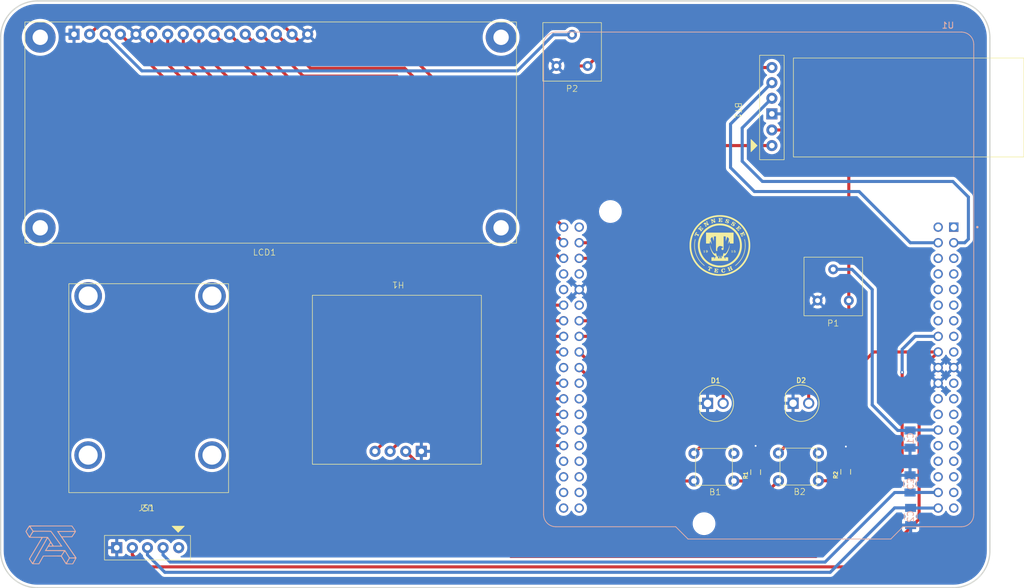
<source format=kicad_pcb>
(kicad_pcb (version 20241229) (generator "pcbnew") (generator_version "9.0")
  (layers (0 "F.Cu" signal) (2 "B.Cu" signal) (13 "F.Paste" user) (15 "B.Paste" user) (5 "F.SilkS" user "F.Silkscreen") (7 "B.SilkS" user "B.Silkscreen") (1 "F.Mask" user) (3 "B.Mask" user) (25 "Edge.Cuts" user))
  (net 0 "")
  (net 1 "/SD_BTN")
  (net 2 "+5V")
  (net 3 "Net-(B1-Pad4)")
  (net 5 "Net-(B2-Pad4)")
  (net 7 "/MM_BTN")
  (net 8 "/BT_EN")
  (net 9 "/BT_TX")
  (net 10 "/BT_RX")
  (net 11 "/BT_ST")
  (net 12 "/LCD_D0")
  (net 13 "GND")
  (net 14 "/LCD_D5")
  (net 15 "/LCD_D2")
  (net 16 "/LCD_D1")
  (net 17 "/LCD_D7")
  (net 18 "/LCD_RS")
  (net 19 "/LCD_D6")
  (net 20 "/LCD_Pot")
  (net 21 "/LCD_D4")
  (net 22 "/LCD_D3")
  (net 23 "/LCD_EN")
  (net 24 "+3.3V")
  (net 25 "/JS_Y")
  (net 26 "/JS_X")
  (net 30 "/Pot_Val")
  (net 35 "/SD_LED")
  (net 37 "/MM_LED")
  (net 41 "/OLED_SCL")
  (net 42 "/JS_BTN")
  (net 79 "/OLED_SDA")
  (footprint "Embedded_Footprints:Button" (layer "F.Cu") (at 169.79 141.925)
    (property "Reference" "B1" (at 0 -0.5 0) (layer "F.SilkS") (effects (font (thickness 0.1))))
    (property "Value" "~")
    (pad "1" thru_hole circle (at -3.45 -6.8) (size 1.8 1.8) (drill 0.9) (layers "*.Cu" "*.Mask") (net 2 "+5V"))
    (pad "2" thru_hole circle (at -3.45 -2.3) (size 1.8 1.8) (drill 0.9) (layers "*.Cu" "*.Mask") (net 1 "/SD_BTN"))
    (pad "3" thru_hole circle (at 3.05 -6.8) (size 1.8 1.8) (drill 0.9) (layers "*.Cu" "*.Mask"))
    (pad "4" thru_hole circle (at 3.05 -2.3) (size 1.8 1.8) (drill 0.9) (layers "*.Cu" "*.Mask") (net 3 "Net-(B1-Pad4)"))
  )
  (footprint "Embedded_Footprints:Potentiometer" (layer "F.Cu") (at 188.997746 114.455392)
    (property "Reference" "P1" (at 0 -0.5 0) (layer "F.SilkS") (effects (font (thickness 0.1))))
    (property "Value" "~")
    (pad "1" thru_hole circle (at 2.539607 -4.193235) (size 1.6 1.6) (drill 0.8) (layers "*.Cu" "*.Mask") (net 2 "+5V"))
    (pad "2" thru_hole circle (at -0.000393 -9.273235) (size 1.6 1.6) (drill 0.8) (layers "*.Cu" "*.Mask") (net 30 "/Pot_Val"))
    (pad "3" thru_hole circle (at -2.540393 -4.193235) (size 1.6 1.6) (drill 0.8) (layers "*.Cu" "*.Mask") (net 13 "GND"))
  )
  (footprint "Embedded_Footprints:LED_THRU" (layer "F.Cu") (at 169.817928 126.99)
    (property "Reference" "D1" (at 0.04 -3.708 0) (layer "F.SilkS") (effects (font (size 0.8 0.8))))
    (property "Value" "~")
    (pad "1" thru_hole rect (at -1.27 0) (size 1.815 1.815) (drill 1.21) (layers "*.Cu" "*.Mask") (net 13 "GND"))
    (pad "2" thru_hole circle (at 1.27 0) (size 1.815 1.815) (drill 1.21) (layers "*.Cu" "*.Mask") (net 35 "/SD_LED"))
  )
  (footprint "Embedded_Footprints:HC-05" (layer "F.Cu") (at 173.02 79.34 -90)
    (property "Reference" "BT1" (at 0 -0.5 270) (layer "F.SilkS") (effects (font (thickness 0.1))))
    (property "Value" "~")
    (pad "1" thru_hole circle (at 5.7 -6 270) (size 1.8 1.8) (drill 0.9) (layers "*.Cu" "*.Mask") (net 8 "/BT_EN"))
    (pad "2" thru_hole circle (at 3.16 -6 270) (size 1.8 1.8) (drill 0.9) (layers "*.Cu" "*.Mask") (net 2 "+5V"))
    (pad "3" thru_hole rect (at 0.54 -6 270) (size 1.8 1.8) (drill 0.9) (layers "*.Cu" "*.Mask") (net 13 "GND"))
    (pad "4" thru_hole circle (at -2 -6 270) (size 1.8 1.8) (drill 0.9) (layers "*.Cu" "*.Mask") (net 9 "/BT_TX"))
    (pad "5" thru_hole circle (at -4.54 -6 270) (size 1.8 1.8) (drill 0.9) (layers "*.Cu" "*.Mask") (net 10 "/BT_RX"))
    (pad "6" thru_hole circle (at -7 -6 270) (size 1.8 1.8) (drill 0.9) (layers "*.Cu" "*.Mask") (net 11 "/BT_ST"))
  )
  (footprint "Embedded_Footprints:Button" (layer "F.Cu") (at 183.54 141.885)
    (property "Reference" "B2" (at 0 -0.5 0) (layer "F.SilkS") (effects (font (thickness 0.1))))
    (property "Value" "~")
    (pad "1" thru_hole circle (at -3.45 -6.8) (size 1.8 1.8) (drill 0.9) (layers "*.Cu" "*.Mask") (net 2 "+5V"))
    (pad "2" thru_hole circle (at -3.45 -2.3) (size 1.8 1.8) (drill 0.9) (layers "*.Cu" "*.Mask") (net 7 "/MM_BTN"))
    (pad "3" thru_hole circle (at 3.05 -6.8) (size 1.8 1.8) (drill 0.9) (layers "*.Cu" "*.Mask"))
    (pad "4" thru_hole circle (at 3.05 -2.3) (size 1.8 1.8) (drill 0.9) (layers "*.Cu" "*.Mask") (net 5 "Net-(B2-Pad4)"))
  )
  (footprint "Embedded_Footprints:Joystick" (layer "F.Cu") (at 77.25 144.52)
    (property "Reference" "JS1" (at 0 -0.5 0) (layer "F.SilkS") (effects (font (thickness 0.1))))
    (property "Value" "~")
    (pad "" np_thru_hole circle (at -9.5 -35) (size 4.5 4.5) (drill 3.1) (layers "*.Cu" "*.Mask"))
    (pad "" np_thru_hole circle (at -9.5 -9.1) (size 4.5 4.5) (drill 3.1) (layers "*.Cu" "*.Mask"))
    (pad "" np_thru_hole circle (at 10.65 -35) (size 4.5 4.5) (drill 3.1) (layers "*.Cu" "*.Mask"))
    (pad "" np_thru_hole circle (at 10.65 -9.1) (size 4.5 4.5) (drill 3.1) (layers "*.Cu" "*.Mask"))
  )
  (footprint "Embedded_Footprints:RESC3216X65" (layer "F.Cu") (at 176.38 138.19 90)
    (property "Reference" "R1" (at -0.52099 -1.623054 90) (layer "F.SilkS") (effects (font (size 0.631109 0.631109))))
    (property "Value" "R_US")
    (pad "1" smd rect (at -1.454653 -0.004653 90) (size 1.709306 2.009306) (layers "F.Cu" "F.Mask" "F.Paste") (net 3 "Net-(B1-Pad4)"))
    (pad "2" smd rect (at 1.425912 0.000912 90) (size 1.751825 2.001825) (layers "F.Cu" "F.Mask" "F.Paste") (net 13 "GND"))
  )
  (footprint "Embedded_Footprints:LCD_Display" (layer "F.Cu") (at 96.45 102.92)
    (property "Reference" "LCD1" (at 0 -0.5 0) (layer "F.SilkS") (effects (font (thickness 0.1))))
    (property "Value" "~")
    (pad "" np_thru_hole circle (at -36.5 -35.5) (size 5 5) (drill 2.5) (layers "*.Cu" "*.Mask"))
    (pad "" np_thru_hole circle (at -36.5 -4.5) (size 5 5) (drill 2.5) (layers "*.Cu" "*.Mask"))
    (pad "" np_thru_hole circle (at 38.5 -35.5) (size 5 5) (drill 2.5) (layers "*.Cu" "*.Mask"))
    (pad "" np_thru_hole circle (at 38.5 -4.5) (size 5 5) (drill 2.5) (layers "*.Cu" "*.Mask"))
    (pad "1" thru_hole rect (at -31 -36) (size 1.8 1.8) (drill 0.9) (layers "*.Cu" "*.Mask") (net 13 "GND"))
    (pad "2" thru_hole circle (at -28.46 -36) (size 1.8 1.8) (drill 0.9) (layers "*.Cu" "*.Mask") (net 2 "+5V"))
    (pad "3" thru_hole circle (at -25.92 -36) (size 1.8 1.8) (drill 0.9) (layers "*.Cu" "*.Mask") (net 20 "/LCD_Pot"))
    (pad "4" thru_hole circle (at -23.46 -36) (size 1.8 1.8) (drill 0.9) (layers "*.Cu" "*.Mask") (net 18 "/LCD_RS"))
    (pad "5" thru_hole circle (at -20.92 -36) (size 1.8 1.8) (drill 0.9) (layers "*.Cu" "*.Mask") (net 13 "GND"))
    (pad "6" thru_hole circle (at -18.38 -36) (size 1.8 1.8) (drill 0.9) (layers "*.Cu" "*.Mask") (net 23 "/LCD_EN"))
    (pad "7" thru_hole circle (at -15.76 -36) (size 1.8 1.8) (drill 0.9) (layers "*.Cu" "*.Mask") (net 12 "/LCD_D0"))
    (pad "8" thru_hole circle (at -13.22 -36) (size 1.8 1.8) (drill 0.9) (layers "*.Cu" "*.Mask") (net 16 "/LCD_D1"))
    (pad "9" thru_hole circle (at -10.68 -36) (size 1.8 1.8) (drill 0.9) (layers "*.Cu" "*.Mask") (net 15 "/LCD_D2"))
    (pad "10" thru_hole circle (at -8.22 -36) (size 1.8 1.8) (drill 0.9) (layers "*.Cu" "*.Mask") (net 22 "/LCD_D3"))
    (pad "11" thru_hole circle (at -5.68 -36) (size 1.8 1.8) (drill 0.9) (layers "*.Cu" "*.Mask") (net 21 "/LCD_D4"))
    (pad "12" thru_hole circle (at -3.14 -36) (size 1.8 1.8) (drill 0.9) (layers "*.Cu" "*.Mask") (net 14 "/LCD_D5"))
    (pad "13" thru_hole circle (at -0.52 -36) (size 1.8 1.8) (drill 0.9) (layers "*.Cu" "*.Mask") (net 19 "/LCD_D6"))
    (pad "14" thru_hole circle (at 1.94 -36) (size 1.8 1.8) (drill 0.9) (layers "*.Cu" "*.Mask") (net 17 "/LCD_D7"))
    (pad "15" thru_hole circle (at 4.48 -36) (size 1.8 1.8) (drill 0.9) (layers "*.Cu" "*.Mask") (net 2 "+5V"))
    (pad "16" thru_hole circle (at 7.02 -36) (size 1.8 1.8) (drill 0.9) (layers "*.Cu" "*.Mask") (net 13 "GND"))
  )
  (footprint "Embedded_Footprints:LED_THRU" (layer "F.Cu") (at 183.737928 126.97)
    (property "Reference" "D2" (at 0.04 -3.708 0) (layer "F.SilkS") (effects (font (size 0.8 0.8))))
    (property "Value" "~")
    (pad "1" thru_hole rect (at -1.27 0) (size 1.815 1.815) (drill 1.21) (layers "*.Cu" "*.Mask") (net 13 "GND"))
    (pad "2" thru_hole circle (at 1.27 0) (size 1.815 1.815) (drill 1.21) (layers "*.Cu" "*.Mask") (net 37 "/MM_LED"))
  )
  (footprint "Graphics:Tech_Logo" (layer "F.Cu") (at 170.56 101.3)
    (property "Reference" "G***" (hide yes))
    (property "Value" "LOGO" (hide yes))
  )
  (footprint "Embedded_Footprints:OLED" (layer "F.Cu") (at 118.19 107.2 180)
    (property "Reference" "H1" (at 0 -0.5 180) (layer "F.SilkS") (effects (font (thickness 0.1))))
    (property "Value" "~")
    (pad "1" thru_hole rect (at -3.78 -27.6) (size 1.8 1.8) (drill 0.9) (layers "*.Cu" "*.Mask") (net 13 "GND"))
    (pad "2" thru_hole circle (at -1.24 -27.6) (size 1.8 1.8) (drill 0.9) (layers "*.Cu" "*.Mask") (net 24 "+3.3V"))
    (pad "3" thru_hole circle (at 1.3 -27.6) (size 1.8 1.8) (drill 0.9) (layers "*.Cu" "*.Mask") (net 41 "/OLED_SCL"))
    (pad "4" thru_hole circle (at 3.76 -27.6) (size 1.8 1.8) (drill 0.9) (layers "*.Cu" "*.Mask") (net 79 "/OLED_SDA"))
  )
  (footprint "Embedded_Footprints:RESC3216X65" (layer "F.Cu") (at 191.034653 138.135347 90)
    (property "Reference" "R2" (at -0.52099 -1.623054 90) (layer "F.SilkS") (effects (font (size 0.631109 0.631109))))
    (property "Value" "R_US")
    (pad "1" smd rect (at -1.454653 -0.004653 90) (size 1.709306 2.009306) (layers "F.Cu" "F.Mask" "F.Paste") (net 5 "Net-(B2-Pad4)"))
    (pad "2" smd rect (at 1.425912 0.000912 90) (size 1.751825 2.001825) (layers "F.Cu" "F.Mask" "F.Paste") (net 13 "GND"))
  )
  (footprint "Embedded_Footprints:Potentiometer" (layer "F.Cu") (at 146.497746 76.275392)
    (property "Reference" "P2" (at 0 -0.5 0) (layer "F.SilkS") (effects (font (thickness 0.1))))
    (property "Value" "~")
    (pad "1" thru_hole circle (at 2.539607 -4.193235) (size 1.6 1.6) (drill 0.8) (layers "*.Cu" "*.Mask") (net 2 "+5V"))
    (pad "2" thru_hole circle (at -0.000393 -9.273235) (size 1.6 1.6) (drill 0.8) (layers "*.Cu" "*.Mask") (net 20 "/LCD_Pot"))
    (pad "3" thru_hole circle (at -2.540393 -4.193235) (size 1.6 1.6) (drill 0.8) (layers "*.Cu" "*.Mask") (net 13 "GND"))
  )
  (footprint "Embedded_Footprints:Joystick_Pins" (layer "F.Cu") (at 77.4 143.48 180)
    (property "Reference" "U2" (at 0 -0.5 180) (layer "F.SilkS") (effects (font (thickness 0.1))))
    (property "Value" "~")
    (pad "1" thru_hole circle (at -5.08 -7 180) (size 1.8 1.8) (drill 0.9) (layers "*.Cu" "*.Mask") (net 42 "/JS_BTN"))
    (pad "2" thru_hole circle (at -2.54 -7 180) (size 1.8 1.8) (drill 0.9) (layers "*.Cu" "*.Mask") (net 25 "/JS_Y"))
    (pad "3" thru_hole circle (at 0 -7 180) (size 1.8 1.8) (drill 0.9) (layers "*.Cu" "*.Mask") (net 26 "/JS_X"))
    (pad "4" thru_hole circle (at 2.46 -7 180) (size 1.8 1.8) (drill 0.9) (layers "*.Cu" "*.Mask") (net 2 "+5V"))
    (pad "5" thru_hole rect (at 5 -7 180) (size 1.8 1.8) (drill 0.9) (layers "*.Cu" "*.Mask") (net 13 "GND"))
  )
  (footprint "Embedded_Footprints:MODULE_NUCLEO-L476RG" (layer "B.Cu") (at 176.87 107.82 180)
    (property "Reference" "U1" (at -30.7996 42.339 0) (layer "B.SilkS") (effects (justify mirror)))
    (property "Value" "NUCLEO-L476RG")
    (pad "" np_thru_hole circle (at -24.13 13.32 180) (size 3.2 3.2) (drill 3.2) (layers "*.Cu" "*.Mask"))
    (pad "" np_thru_hole circle (at 8.89 -38.75 180) (size 3.2 3.2) (drill 3.2) (layers "*.Cu" "*.Mask"))
    (pad "" np_thru_hole circle (at 24.13 12.05 180) (size 3.2 3.2) (drill 3.2) (layers "*.Cu" "*.Mask"))
    (pad "CN7_1" thru_hole rect (at -31.75 9.51 180) (size 1.524 1.524) (drill 1.016) (layers "*.Cu" "*.Mask"))
    (pad "CN7_2" thru_hole circle (at -29.21 9.51 180) (size 1.524 1.524) (drill 1.016) (layers "*.Cu" "*.Mask"))
    (pad "CN7_3" thru_hole circle (at -31.75 6.97 180) (size 1.524 1.524) (drill 1.016) (layers "*.Cu" "*.Mask") (net 9 "/BT_TX"))
    (pad "CN7_4" thru_hole circle (at -29.21 6.97 180) (size 1.524 1.524) (drill 1.016) (layers "*.Cu" "*.Mask") (net 10 "/BT_RX"))
    (pad "CN7_5" thru_hole circle (at -31.75 4.43 180) (size 1.524 1.524) (drill 1.016) (layers "*.Cu" "*.Mask"))
    (pad "CN7_6" thru_hole circle (at -29.21 4.43 180) (size 1.524 1.524) (drill 1.016) (layers "*.Cu" "*.Mask"))
    (pad "CN7_7" thru_hole circle (at -31.75 1.89 180) (size 1.524 1.524) (drill 1.016) (layers "*.Cu" "*.Mask"))
    (pad "CN7_8" thru_hole circle (at -29.21 1.89 180) (size 1.524 1.524) (drill 1.016) (layers "*.Cu" "*.Mask"))
    (pad "CN7_9" thru_hole circle (at -31.75 -0.65 180) (size 1.524 1.524) (drill 1.016) (layers "*.Cu" "*.Mask"))
    (pad "CN7_10" thru_hole circle (at -29.21 -0.65 180) (size 1.524 1.524) (drill 1.016) (layers "*.Cu" "*.Mask"))
    (pad "CN7_11" thru_hole circle (at -31.75 -3.19 180) (size 1.524 1.524) (drill 1.016) (layers "*.Cu" "*.Mask"))
    (pad "CN7_12" thru_hole circle (at -29.21 -3.19 180) (size 1.524 1.524) (drill 1.016) (layers "*.Cu" "*.Mask"))
    (pad "CN7_13" thru_hole circle (at -31.75 -5.73 180) (size 1.524 1.524) (drill 1.016) (layers "*.Cu" "*.Mask"))
    (pad "CN7_14" thru_hole circle (at -29.21 -5.73 180) (size 1.524 1.524) (drill 1.016) (layers "*.Cu" "*.Mask"))
    (pad "CN7_15" thru_hole circle (at -31.75 -8.27 180) (size 1.524 1.524) (drill 1.016) (layers "*.Cu" "*.Mask"))
    (pad "CN7_16" thru_hole circle (at -29.21 -8.27 180) (size 1.524 1.524) (drill 1.016) (layers "*.Cu" "*.Mask") (net 24 "+3.3V"))
    (pad "CN7_17" thru_hole circle (at -31.75 -10.81 180) (size 1.524 1.524) (drill 1.016) (layers "*.Cu" "*.Mask"))
    (pad "CN7_18" thru_hole circle (at -29.21 -10.81 180) (size 1.524 1.524) (drill 1.016) (layers "*.Cu" "*.Mask") (net 2 "+5V"))
    (pad "CN7_19" thru_hole circle (at -31.75 -13.35 180) (size 1.524 1.524) (drill 1.016) (layers "*.Cu" "*.Mask") (net 13 "GND"))
    (pad "CN7_20" thru_hole circle (at -29.21 -13.35 180) (size 1.524 1.524) (drill 1.016) (layers "*.Cu" "*.Mask") (net 13 "GND"))
    (pad "CN7_21" thru_hole circle (at -31.75 -15.89 180) (size 1.524 1.524) (drill 1.016) (layers "*.Cu" "*.Mask"))
    (pad "CN7_22" thru_hole circle (at -29.21 -15.89 180) (size 1.524 1.524) (drill 1.016) (layers "*.Cu" "*.Mask") (net 13 "GND"))
    (pad "CN7_23" thru_hole circle (at -31.75 -18.43 180) (size 1.524 1.524) (drill 1.016) (layers "*.Cu" "*.Mask"))
    (pad "CN7_24" thru_hole circle (at -29.21 -18.43 180) (size 1.524 1.524) (drill 1.016) (layers "*.Cu" "*.Mask"))
    (pad "CN7_25" thru_hole circle (at -31.75 -20.97 180) (size 1.524 1.524) (drill 1.016) (layers "*.Cu" "*.Mask"))
    (pad "CN7_26" thru_hole circle (at -29.21 -20.97 180) (size 1.524 1.524) (drill 1.016) (layers "*.Cu" "*.Mask"))
    (pad "CN7_27" thru_hole circle (at -31.75 -23.51 180) (size 1.524 1.524) (drill 1.016) (layers "*.Cu" "*.Mask"))
    (pad "CN7_28" thru_hole circle (at -29.21 -23.51 180) (size 1.524 1.524) (drill 1.016) (layers "*.Cu" "*.Mask") (net 30 "/Pot_Val"))
    (pad "CN7_29" thru_hole circle (at -31.75 -26.05 180) (size 1.524 1.524) (drill 1.016) (layers "*.Cu" "*.Mask"))
    (pad "CN7_30" thru_hole circle (at -29.21 -26.05 180) (size 1.524 1.524) (drill 1.016) (layers "*.Cu" "*.Mask"))
    (pad "CN7_31" thru_hole circle (at -31.75 -28.59 180) (size 1.524 1.524) (drill 1.016) (layers "*.Cu" "*.Mask"))
    (pad "CN7_32" thru_hole circle (at -29.21 -28.59 180) (size 1.524 1.524) (drill 1.016) (layers "*.Cu" "*.Mask"))
    (pad "CN7_33" thru_hole circle (at -31.75 -31.13 180) (size 1.524 1.524) (drill 1.016) (layers "*.Cu" "*.Mask"))
    (pad "CN7_34" thru_hole circle (at -29.21 -31.13 180) (size 1.524 1.524) (drill 1.016) (layers "*.Cu" "*.Mask"))
    (pad "CN7_35" thru_hole circle (at -31.75 -33.67 180) (size 1.524 1.524) (drill 1.016) (layers "*.Cu" "*.Mask"))
    (pad "CN7_36" thru_hole circle (at -29.21 -33.67 180) (size 1.524 1.524) (drill 1.016) (layers "*.Cu" "*.Mask") (net 25 "/JS_Y"))
    (pad "CN7_37" thru_hole circle (at -31.75 -36.21 180) (size 1.524 1.524) (drill 1.016) (layers "*.Cu" "*.Mask"))
    (pad "CN7_38" thru_hole circle (at -29.21 -36.21 180) (size 1.524 1.524) (drill 1.016) (layers "*.Cu" "*.Mask") (net 26 "/JS_X"))
    (pad "CN10_1" thru_hole circle (at 29.21 9.51 180) (size 1.524 1.524) (drill 1.016) (layers "*.Cu" "*.Mask"))
    (pad "CN10_2" thru_hole circle (at 31.75 9.51 180) (size 1.524 1.524) (drill 1.016) (layers "*.Cu" "*.Mask") (net 17 "/LCD_D7"))
    (pad "CN10_3" thru_hole circle (at 29.21 6.97 180) (size 1.524 1.524) (drill 1.016) (layers "*.Cu" "*.Mask") (net 11 "/BT_ST"))
    (pad "CN10_4" thru_hole circle (at 31.75 6.97 180) (size 1.524 1.524) (drill 1.016) (layers "*.Cu" "*.Mask") (net 19 "/LCD_D6"))
    (pad "CN10_5" thru_hole circle (at 29.21 4.43 180) (size 1.524 1.524) (drill 1.016) (layers "*.Cu" "*.Mask") (net 8 "/BT_EN"))
    (pad "CN10_6" thru_hole circle (at 31.75 4.43 180) (size 1.524 1.524) (drill 1.016) (layers "*.Cu" "*.Mask") (net 14 "/LCD_D5"))
    (pad "CN10_7" thru_hole circle (at 29.21 1.89 180) (size 1.524 1.524) (drill 1.016) (layers "*.Cu" "*.Mask"))
    (pad "CN10_8" thru_hole circle (at 31.75 1.89 180) (size 1.524 1.524) (drill 1.016) (layers "*.Cu" "*.Mask"))
    (pad "CN10_9" thru_hole circle (at 29.21 -0.65 180) (size 1.524 1.524) (drill 1.016) (layers "*.Cu" "*.Mask") (net 13 "GND"))
    (pad "CN10_10" thru_hole circle (at 31.75 -0.65 180) (size 1.524 1.524) (drill 1.016) (layers "*.Cu" "*.Mask"))
    (pad "CN10_11" thru_hole circle (at 29.21 -3.19 180) (size 1.524 1.524) (drill 1.016) (layers "*.Cu" "*.Mask"))
    (pad "CN10_12" thru_hole circle (at 31.75 -3.19 180) (size 1.524 1.524) (drill 1.016) (layers "*.Cu" "*.Mask") (net 21 "/LCD_D4"))
    (pad "CN10_13" thru_hole circle (at 29.21 -5.73 180) (size 1.524 1.524) (drill 1.016) (layers "*.Cu" "*.Mask") (net 37 "/MM_LED"))
    (pad "CN10_14" thru_hole circle (at 31.75 -5.73 180) (size 1.524 1.524) (drill 1.016) (layers "*.Cu" "*.Mask") (net 22 "/LCD_D3"))
    (pad "CN10_15" thru_hole circle (at 29.21 -8.27 180) (size 1.524 1.524) (drill 1.016) (layers "*.Cu" "*.Mask") (net 35 "/SD_LED"))
    (pad "CN10_16" thru_hole circle (at 31.75 -8.27 180) (size 1.524 1.524) (drill 1.016) (layers "*.Cu" "*.Mask") (net 15 "/LCD_D2"))
    (pad "CN10_17" thru_hole circle (at 29.21 -10.81 180) (size 1.524 1.524) (drill 1.016) (layers "*.Cu" "*.Mask") (net 1 "/SD_BTN"))
    (pad "CN10_18" thru_hole circle (at 31.75 -10.81 180) (size 1.524 1.524) (drill 1.016) (layers "*.Cu" "*.Mask") (net 16 "/LCD_D1"))
    (pad "CN10_19" thru_hole circle (at 29.21 -13.35 180) (size 1.524 1.524) (drill 1.016) (layers "*.Cu" "*.Mask") (net 7 "/MM_BTN"))
    (pad "CN10_20" thru_hole circle (at 31.75 -13.35 180) (size 1.524 1.524) (drill 1.016) (layers "*.Cu" "*.Mask"))
    (pad "CN10_21" thru_hole circle (at 29.21 -15.89 180) (size 1.524 1.524) (drill 1.016) (layers "*.Cu" "*.Mask"))
    (pad "CN10_22" thru_hole circle (at 31.75 -15.89 180) (size 1.524 1.524) (drill 1.016) (layers "*.Cu" "*.Mask") (net 12 "/LCD_D0"))
    (pad "CN10_23" thru_hole circle (at 29.21 -18.43 180) (size 1.524 1.524) (drill 1.016) (layers "*.Cu" "*.Mask"))
    (pad "CN10_24" thru_hole circle (at 31.75 -18.43 180) (size 1.524 1.524) (drill 1.016) (layers "*.Cu" "*.Mask") (net 23 "/LCD_EN"))
    (pad "CN10_25" thru_hole circle (at 29.21 -20.97 180) (size 1.524 1.524) (drill 1.016) (layers "*.Cu" "*.Mask"))
    (pad "CN10_26" thru_hole circle (at 31.75 -20.97 180) (size 1.524 1.524) (drill 1.016) (layers "*.Cu" "*.Mask") (net 18 "/LCD_RS"))
    (pad "CN10_27" thru_hole circle (at 29.21 -23.51 180) (size 1.524 1.524) (drill 1.016) (layers "*.Cu" "*.Mask"))
    (pad "CN10_28" thru_hole circle (at 31.75 -23.51 180) (size 1.524 1.524) (drill 1.016) (layers "*.Cu" "*.Mask") (net 79 "/OLED_SDA"))
    (pad "CN10_29" thru_hole circle (at 29.21 -26.05 180) (size 1.524 1.524) (drill 1.016) (layers "*.Cu" "*.Mask"))
    (pad "CN10_30" thru_hole circle (at 31.75 -26.05 180) (size 1.524 1.524) (drill 1.016) (layers "*.Cu" "*.Mask") (net 41 "/OLED_SCL"))
    (pad "CN10_31" thru_hole circle (at 29.21 -28.59 180) (size 1.524 1.524) (drill 1.016) (layers "*.Cu" "*.Mask"))
    (pad "CN10_32" thru_hole circle (at 31.75 -28.59 180) (size 1.524 1.524) (drill 1.016) (layers "*.Cu" "*.Mask"))
    (pad "CN10_33" thru_hole circle (at 29.21 -31.13 180) (size 1.524 1.524) (drill 1.016) (layers "*.Cu" "*.Mask"))
    (pad "CN10_34" thru_hole circle (at 31.75 -31.13 180) (size 1.524 1.524) (drill 1.016) (layers "*.Cu" "*.Mask"))
    (pad "CN10_35" thru_hole circle (at 29.21 -33.67 180) (size 1.524 1.524) (drill 1.016) (layers "*.Cu" "*.Mask"))
    (pad "CN10_36" thru_hole circle (at 31.75 -33.67 180) (size 1.524 1.524) (drill 1.016) (layers "*.Cu" "*.Mask"))
    (pad "CN10_37" thru_hole circle (at 29.21 -36.21 180) (size 1.524 1.524) (drill 1.016) (layers "*.Cu" "*.Mask"))
    (pad "CN10_38" thru_hole circle (at 31.75 -36.21 180) (size 1.524 1.524) (drill 1.016) (layers "*.Cu" "*.Mask"))
  )
  (footprint "Embedded_Footprints:CAPC340180_88N_KEM" (layer "B.Cu") (at 201.5 140.097202 90)
    (property "Reference" "C3" (at 0 0 270) (layer "B.SilkS") (effects (justify mirror)))
    (property "Value" "10nF")
    (pad "1" smd rect (at -1.402798 0 90) (size 1.305598 1.799996) (layers "B.Cu" "B.Mask" "B.Paste") (net 25 "/JS_Y"))
    (pad "2" smd rect (at 1.402798 0 90) (size 1.305598 1.799996) (layers "B.Cu" "B.Mask" "B.Paste") (net 13 "GND"))
    (zone (net 0) (net_name "") (layer "B.Cu") (connect_pads (clearance 0)) (min_thickness 0.254)
      (keepout (tracks not_allowed) (vias not_allowed) (pads allowed) (copperpour not_allowed) (footprints allowed))
      (fill (thermal_gap 0.508) (thermal_bridge_width 0.508))
      (polygon (pts (xy 202.349198 140.796401) (xy 202.349198 139.398003) (xy 200.650802 139.398003) (xy 200.650802 140.796401)))
    )
  )
  (footprint "Embedded_Footprints:CAPC340180_88N_KEM" (layer "B.Cu") (at 201.5 132.802798 -90)
    (property "Reference" "C1" (at -0.097202 -0.079208 90) (layer "B.SilkS") (effects (justify mirror)))
    (property "Value" "10nF")
    (pad "1" smd rect (at -1.402798 0 270) (size 1.305598 1.799996) (layers "B.Cu" "B.Mask" "B.Paste") (net 30 "/Pot_Val"))
    (pad "2" smd rect (at 1.402798 0 270) (size 1.305598 1.799996) (layers "B.Cu" "B.Mask" "B.Paste") (net 13 "GND"))
    (zone (net 0) (net_name "") (layer "B.Cu") (connect_pads (clearance 0)) (min_thickness 0.254)
      (keepout (tracks not_allowed) (vias not_allowed) (pads allowed) (copperpour not_allowed) (footprints allowed))
      (fill (thermal_gap 0.508) (thermal_bridge_width 0.508))
      (polygon (pts (xy 200.650802 132.103599) (xy 200.650802 133.501997) (xy 202.349198 133.501997) (xy 202.349198 132.103599)))
    )
  )
  (footprint "Embedded_Footprints:CAPC340180_88N_KEM" (layer "B.Cu") (at 201.6 145.402798 -90)
    (property "Reference" "C2" (at 0 0 90) (layer "B.SilkS") (effects (justify mirror)))
    (property "Value" "10nF")
    (pad "1" smd rect (at -1.402798 0 270) (size 1.305598 1.799996) (layers "B.Cu" "B.Mask" "B.Paste") (net 26 "/JS_X"))
    (pad "2" smd rect (at 1.402798 0 270) (size 1.305598 1.799996) (layers "B.Cu" "B.Mask" "B.Paste") (net 13 "GND"))
    (zone (net 0) (net_name "") (layer "B.Cu") (connect_pads (clearance 0)) (min_thickness 0.254)
      (keepout (tracks not_allowed) (vias not_allowed) (pads allowed) (copperpour not_allowed) (footprints allowed))
      (fill (thermal_gap 0.508) (thermal_bridge_width 0.508))
      (polygon (pts (xy 200.750802 144.703599) (xy 200.750802 146.101997) (xy 202.449198 146.101997) (xy 202.449198 144.703599)))
    )
  )
  (footprint "Graphics:TA_Logo" (layer "B.Cu") (at 61.7 150.02 180)
    (property "Reference" "G***" (hide yes))
    (property "Value" "LOGO" (hide yes))
  )
  (gr_line (start 53.5 151) (end 53.5 67.5) (stroke (width 0.2)) (layer "Edge.Cuts"))
  (gr_line (start 208.5 157) (end 59.5 157) (stroke (width 0.2)) (layer "Edge.Cuts"))
  (gr_arc (start 208.5 61.5) (mid 212.742641 63.257359) (end 214.5 67.5) (stroke (width 0.2)) (layer "Edge.Cuts"))
  (gr_arc (start 59.5 157) (mid 55.257359 155.242641) (end 53.5 151) (stroke (width 0.2)) (layer "Edge.Cuts"))
  (gr_arc (start 214.5 151) (mid 212.742641 155.242641) (end 208.5 157) (stroke (width 0.2)) (layer "Edge.Cuts"))
  (gr_line (start 214.5 67.5) (end 214.5 151) (stroke (width 0.2)) (layer "Edge.Cuts"))
  (gr_line (start 59.5 61.5) (end 208.5 61.5) (stroke (width 0.2)) (layer "Edge.Cuts"))
  (gr_arc (start 53.5 67.5) (mid 55.257359 63.257359) (end 59.5 61.5) (stroke (width 0.2)) (layer "Edge.Cuts"))
  (segment (start 153.77 131.1) (end 153.77 124.74) (width 0.5) (layer "F.Cu") (net 1))
  (segment (start 162.295 139.625) (end 153.77 131.1) (width 0.5) (layer "F.Cu") (net 1))
  (segment (start 166.34 139.625) (end 162.295 139.625) (width 0.5) (layer "F.Cu") (net 1))
  (segment (start 153.77 124.74) (end 147.66 118.63) (width 0.5) (layer "F.Cu") (net 1))
  (segment (start 202.98 121.73) (end 202.98 145.82) (width 0.5) (layer "F.Cu") (net 2))
  (segment (start 76.88 153.6) (end 74.94 151.66) (width 0.5) (layer "F.Cu") (net 2))
  (segment (start 179.36 68.17) (end 152.94951 68.17) (width 0.5) (layer "F.Cu") (net 2))
  (segment (start 149.037353 72.082157) (end 147.267843 72.082157) (width 0.5) (layer "F.Cu") (net 2))
  (segment (start 206.08 118.63) (end 195.58 118.63) (width 0.5) (layer "F.Cu") (net 2))
  (segment (start 152.94951 68.17) (end 149.037353 72.082157) (width 0.5) (layer "F.Cu") (net 2))
  (segment (start 74.94 151.66) (end 74.94 150.48) (width 0.5) (layer "F.Cu") (net 2))
  (segment (start 166.34 135.125) (end 169.285 132.18) (width 0.5) (layer "F.Cu") (net 2))
  (segment (start 186.57 132.18) (end 191.537353 127.212647) (width 0.5) (layer "F.Cu") (net 2))
  (segment (start 104.33 70.32) (end 100.93 66.92) (width 0.5) (layer "F.Cu") (net 2))
  (segment (start 97.83 63.82) (end 71.09 63.82) (width 0.5) (layer "F.Cu") (net 2))
  (segment (start 182.995 132.18) (end 186.57 132.18) (width 0.5) (layer "F.Cu") (net 2))
  (segment (start 202.98 145.82) (end 195.2 153.6) (width 0.5) (layer "F.Cu") (net 2))
  (segment (start 71.09 63.82) (end 67.99 66.92) (width 0.5) (layer "F.Cu") (net 2))
  (segment (start 195.58 118.63) (end 191.537353 122.672647) (width 0.5) (layer "F.Cu") (net 2))
  (segment (start 206.08 118.63) (end 202.98 121.73) (width 0.5) (layer "F.Cu") (net 2))
  (segment (start 191.537353 110.262157) (end 191.537353 127.212647) (width 0.5) (layer "F.Cu") (net 2))
  (segment (start 183.98 82.5) (end 179.02 82.5) (width 0.5) (layer "F.Cu") (net 2))
  (segment (start 169.285 132.18) (end 182.995 132.18) (width 0.5) (layer "F.Cu") (net 2))
  (segment (start 191.537353 110.262157) (end 191.537353 90.057353) (width 0.5) (layer "F.Cu") (net 2))
  (segment (start 127.25 77.44) (end 120.13 70.32) (width 0.5) (layer "F.Cu") (net 2))
  (segment (start 141.91 77.44) (end 127.25 77.44) (width 0.5) (layer "F.Cu") (net 2))
  (segment (start 191.537353 90.057353) (end 191.537353 80.347353) (width 0.5) (layer "F.Cu") (net 2))
  (segment (start 191.537353 90.057353) (end 183.98 82.5) (width 0.5) (layer "F.Cu") (net 2))
  (segment (start 100.93 66.92) (end 97.83 63.82) (width 0.5) (layer "F.Cu") (net 2))
  (segment (start 120.13 70.32) (end 104.33 70.32) (width 0.5) (layer "F.Cu") (net 2))
  (segment (start 180.09 135.085) (end 182.995 132.18) (width 0.5) (layer "F.Cu") (net 2))
  (segment (start 195.2 153.6) (end 76.88 153.6) (width 0.5) (layer "F.Cu") (net 2))
  (segment (start 191.537353 80.347353) (end 179.36 68.17) (width 0.5) (layer "F.Cu") (net 2))
  (segment (start 147.267843 72.082157) (end 141.91 77.44) (width 0.5) (layer "F.Cu") (net 2))
  (segment (start 176.355694 139.625) (end 176.375347 139.644653) (width 0.2) (layer "F.Cu") (net 3))
  (segment (start 172.84 139.625) (end 176.355694 139.625) (width 0.5) (layer "F.Cu") (net 3))
  (segment (start 186.59 139.585) (end 191.025 139.585) (width 0.5) (layer "F.Cu") (net 5))
  (segment (start 191.025 139.585) (end 191.03 139.59) (width 0.2) (layer "F.Cu") (net 5))
  (segment (start 152.14 125.65) (end 147.66 121.17) (width 0.5) (layer "F.Cu") (net 7))
  (segment (start 176.395 143.28) (end 163.69 143.28) (width 0.5) (layer "F.Cu") (net 7))
  (segment (start 163.69 143.28) (end 152.14 131.73) (width 0.5) (layer "F.Cu") (net 7))
  (segment (start 180.09 139.585) (end 176.395 143.28) (width 0.5) (layer "F.Cu") (net 7))
  (segment (start 152.14 131.73) (end 152.14 125.65) (width 0.5) (layer "F.Cu") (net 7))
  (segment (start 170.78 85.04) (end 179.02 85.04) (width 0.5) (layer "F.Cu") (net 8))
  (segment (start 152.43 103.39) (end 170.78 85.04) (width 0.5) (layer "F.Cu") (net 8))
  (segment (start 147.66 103.39) (end 152.43 103.39) (width 0.5) (layer "F.Cu") (net 8))
  (segment (start 177.48 90.88) (end 174.19 87.59) (width 0.5) (layer "B.Cu") (net 9))
  (segment (start 208.47 90.88) (end 177.48 90.88) (width 0.5) (layer "B.Cu") (net 9))
  (segment (start 174.19 82.17) (end 179.02 77.34) (width 0.5) (layer "B.Cu") (net 9))
  (segment (start 211 100.26) (end 211 93.41) (width 0.5) (layer "B.Cu") (net 9))
  (segment (start 211 93.41) (end 208.47 90.88) (width 0.5) (layer "B.Cu") (net 9))
  (segment (start 208.62 100.85) (end 210.41 100.85) (width 0.5) (layer "B.Cu") (net 9))
  (segment (start 210.41 100.85) (end 211 100.26) (width 0.5) (layer "B.Cu") (net 9))
  (segment (start 174.19 87.59) (end 174.19 82.17) (width 0.5) (layer "B.Cu") (net 9))
  (segment (start 172.29 81.53) (end 179.02 74.8) (width 0.5) (layer "B.Cu") (net 10))
  (segment (start 201.55 100.85) (end 193.22 92.52) (width 0.5) (layer "B.Cu") (net 10))
  (segment (start 176.18 92.52) (end 172.29 88.63) (width 0.5) (layer "B.Cu") (net 10))
  (segment (start 172.29 88.63) (end 172.29 81.53) (width 0.5) (layer "B.Cu") (net 10))
  (segment (start 193.22 92.52) (end 176.18 92.52) (width 0.5) (layer "B.Cu") (net 10))
  (segment (start 206.08 100.85) (end 201.55 100.85) (width 0.5) (layer "B.Cu") (net 10))
  (segment (start 169.88 79.34) (end 176.88 72.34) (width 0.5) (layer "F.Cu") (net 11))
  (segment (start 147.66 100.85) (end 152.44 100.85) (width 0.5) (layer "F.Cu") (net 11))
  (segment (start 176.88 72.34) (end 179.02 72.34) (width 0.5) (layer "F.Cu") (net 11))
  (segment (start 152.44 100.85) (end 169.88 83.41) (width 0.5) (layer "F.Cu") (net 11))
  (segment (start 169.88 83.41) (end 169.88 79.34) (width 0.5) (layer "F.Cu") (net 11))
  (segment (start 145.12 123.71) (end 135.229998 123.71) (width 0.5) (layer "F.Cu") (net 12))
  (segment (start 135.229998 123.71) (end 80.69 69.170002) (width 0.5) (layer "F.Cu") (net 12))
  (segment (start 80.69 69.170002) (end 80.69 66.92) (width 0.5) (layer "F.Cu") (net 12))
  (segment (start 191.035565 136.709435) (end 191.035565 134.044435) (width 0.5) (layer "F.Cu") (net 13))
  (segment (start 191.035565 134.044435) (end 191.06 134.02) (width 0.2) (layer "F.Cu") (net 13))
  (segment (start 176.380912 136.764088) (end 176.380912 133.920912) (width 0.5) (layer "F.Cu") (net 13))
  (segment (start 176.380912 133.920912) (end 176.37 133.91) (width 0.2) (layer "F.Cu") (net 13))
  (via (at 191.06 134.02) (size 0.6) (drill 0.3) (layers "F.Cu" "B.Cu") (net 13))
  (via (at 176.37 133.91) (size 0.6) (drill 0.3) (layers "F.Cu" "B.Cu") (net 13))
  (segment (start 116.43 75.28) (end 101.67 75.28) (width 0.5) (layer "F.Cu") (net 14))
  (segment (start 145.12 103.39) (end 144.54 103.39) (width 0.5) (layer "F.Cu") (net 14))
  (segment (start 101.67 75.28) (end 93.31 66.92) (width 0.5) (layer "F.Cu") (net 14))
  (segment (start 144.54 103.39) (end 116.43 75.28) (width 0.5) (layer "F.Cu") (net 14))
  (segment (start 145.12 116.09) (end 132.629999 116.09) (width 0.5) (layer "F.Cu") (net 15))
  (segment (start 85.77 69.230001) (end 85.77 66.92) (width 0.5) (layer "F.Cu") (net 15))
  (segment (start 132.629999 116.09) (end 85.77 69.230001) (width 0.5) (layer "F.Cu") (net 15))
  (segment (start 132.63 118.63) (end 83.23 69.23) (width 0.5) (layer "F.Cu") (net 16))
  (segment (start 83.23 69.23) (end 83.23 66.92) (width 0.5) (layer "F.Cu") (net 16))
  (segment (start 145.12 118.63) (end 132.63 118.63) (width 0.5) (layer "F.Cu") (net 16))
  (segment (start 145.12 98.31) (end 119.27 72.46) (width 0.5) (layer "F.Cu") (net 17))
  (segment (start 103.93 72.46) (end 98.39 66.92) (width 0.5) (layer "F.Cu") (net 17))
  (segment (start 119.27 72.46) (end 103.93 72.46) (width 0.5) (layer "F.Cu") (net 17))
  (segment (start 145.12 128.79) (end 134.86 128.79) (width 0.5) (layer "F.Cu") (net 18))
  (segment (start 134.86 128.79) (end 72.99 66.92) (width 0.5) (layer "F.Cu") (net 18))
  (segment (start 118.01 73.74) (end 102.75 73.74) (width 0.5) (layer "F.Cu") (net 19))
  (segment (start 102.75 73.74) (end 95.93 66.92) (width 0.5) (layer "F.Cu") (net 19))
  (segment (start 145.12 100.85) (end 118.01 73.74) (width 0.5) (layer "F.Cu") (net 19))
  (segment (start 146.497353 67.002157) (end 143.457843 67.002157) (width 0.5) (layer "B.Cu") (net 20))
  (segment (start 137.58 72.88) (end 76.49 72.88) (width 0.5) (layer "B.Cu") (net 20))
  (segment (start 143.457843 67.002157) (end 137.58 72.88) (width 0.5) (layer "B.Cu") (net 20))
  (segment (start 76.49 72.88) (end 70.53 66.92) (width 0.5) (layer "B.Cu") (net 20))
  (segment (start 141.33 111.01) (end 107.16 76.84) (width 0.5) (layer "F.Cu") (net 21))
  (segment (start 100.69 76.84) (end 90.77 66.92) (width 0.5) (layer "F.Cu") (net 21))
  (segment (start 145.12 111.01) (end 141.33 111.01) (width 0.5) (layer "F.Cu") (net 21))
  (segment (start 107.16 76.84) (end 100.69 76.84) (width 0.5) (layer "F.Cu") (net 21))
  (segment (start 145.12 113.55) (end 140.57 113.55) (width 0.5) (layer "F.Cu") (net 22))
  (segment (start 99.54 78.23) (end 88.23 66.92) (width 0.5) (layer "F.Cu") (net 22))
  (segment (start 140.57 113.55) (end 105.25 78.23) (width 0.5) (layer "F.Cu") (net 22))
  (segment (start 105.25 78.23) (end 99.54 78.23) (width 0.5) (layer "F.Cu") (net 22))
  (segment (start 145.12 126.25) (end 135.15 126.25) (width 0.5) (layer "F.Cu") (net 23))
  (segment (start 135.15 126.25) (end 78.07 69.17) (width 0.5) (layer "F.Cu") (net 23))
  (segment (start 78.07 69.17) (end 78.07 66.92) (width 0.5) (layer "F.Cu") (net 23))
  (segment (start 186.21 151.9) (end 136.53 151.9) (width 0.5) (layer "F.Cu") (net 24))
  (segment (start 200.22 137.89) (end 186.21 151.9) (width 0.5) (layer "F.Cu") (net 24))
  (segment (start 136.53 151.9) (end 119.43 134.8) (width 0.5) (layer "F.Cu") (net 24))
  (segment (start 200.22 121.91) (end 200.22 137.89) (width 0.5) (layer "F.Cu") (net 24))
  (via (at 200.22 121.91) (size 0.6) (drill 0.3) (layers "F.Cu" "B.Cu") (net 24))
  (segment (start 202.33 116.09) (end 206.08 116.09) (width 0.5) (layer "B.Cu") (net 24))
  (segment (start 200.22 118.2) (end 202.33 116.09) (width 0.5) (layer "B.Cu") (net 24))
  (segment (start 200.22 121.91) (end 200.22 118.2) (width 0.5) (layer "B.Cu") (net 24))
  (segment (start 79.94 151.66) (end 81.1 152.82) (width 0.5) (layer "B.Cu") (net 25))
  (segment (start 199 141.5) (end 201.5 141.5) (width 0.5) (layer "B.Cu") (net 25))
  (segment (start 79.94 150.48) (end 79.94 151.66) (width 0.5) (layer "B.Cu") (net 25))
  (segment (start 206.08 141.49) (end 201.51 141.49) (width 0.5) (layer "B.Cu") (net 25))
  (segment (start 81.1 152.82) (end 187.68 152.82) (width 0.5) (layer "B.Cu") (net 25))
  (segment (start 187.68 152.82) (end 199 141.5) (width 0.5) (layer "B.Cu") (net 25))
  (segment (start 201.51 141.49) (end 201.5 141.5) (width 0.2) (layer "B.Cu") (net 25))
  (segment (start 206.08 144.03) (end 201.63 144.03) (width 0.5) (layer "B.Cu") (net 26))
  (segment (start 77.4 151.66) (end 80.23 154.49) (width 0.5) (layer "B.Cu") (net 26))
  (segment (start 201.63 144.03) (end 201.6 144) (width 0.2) (layer "B.Cu") (net 26))
  (segment (start 77.4 150.48) (end 77.4 151.66) (width 0.5) (layer "B.Cu") (net 26))
  (segment (start 188.51 154.49) (end 199 144) (width 0.5) (layer "B.Cu") (net 26))
  (segment (start 80.23 154.49) (end 188.51 154.49) (width 0.5) (layer "B.Cu") (net 26))
  (segment (start 199 144) (end 201.6 144) (width 0.5) (layer "B.Cu") (net 26))
  (segment (start 195.35 127.25) (end 199.5 131.4) (width 0.5) (layer "B.Cu") (net 30))
  (segment (start 206.08 131.33) (end 201.57 131.33) (width 0.5) (layer "B.Cu") (net 30))
  (segment (start 199.5 131.4) (end 201.5 131.4) (width 0.5) (layer "B.Cu") (net 30))
  (segment (start 195.35 108.47) (end 195.35 127.25) (width 0.5) (layer "B.Cu") (net 30))
  (segment (start 192.062157 105.182157) (end 195.35 108.47) (width 0.5) (layer "B.Cu") (net 30))
  (segment (start 188.997353 105.182157) (end 192.062157 105.182157) (width 0.5) (layer "B.Cu") (net 30))
  (segment (start 171.087928 121.507928) (end 165.67 116.09) (width 0.5) (layer "F.Cu") (net 35))
  (segment (start 171.087928 126.99) (end 171.087928 121.507928) (width 0.5) (layer "F.Cu") (net 35))
  (segment (start 165.67 116.09) (end 147.66 116.09) (width 0.5) (layer "F.Cu") (net 35))
  (segment (start 185.007928 121.177928) (end 177.38 113.55) (width 0.5) (layer "F.Cu") (net 37))
  (segment (start 185.007928 126.97) (end 185.007928 121.177928) (width 0.5) (layer "F.Cu") (net 37))
  (segment (start 177.38 113.55) (end 147.66 113.55) (width 0.5) (layer "F.Cu") (net 37))
  (segment (start 145.12 133.87) (end 143.12 133.87) (width 0.5) (layer "F.Cu") (net 41))
  (segment (start 119.11 132.58) (end 116.89 134.8) (width 0.5) (layer "F.Cu") (net 41))
  (segment (start 143.12 133.87) (end 141.83 132.58) (width 0.5) (layer "F.Cu") (net 41))
  (segment (start 141.83 132.58) (end 119.11 132.58) (width 0.5) (layer "F.Cu") (net 41))
  (segment (start 145.12 131.33) (end 117.9 131.33) (width 0.5) (layer "F.Cu") (net 79))
  (segment (start 117.9 131.33) (end 114.43 134.8) (width 0.5) (layer "F.Cu") (net 79))
  (zone (net 13) (net_name "GND") (layer "B.Cu") (name "GND") (connect_pads (clearance 0.5)) (min_thickness 0.25) (fill yes (thermal_gap 0.5) (thermal_bridge_width 0.5))
    (polygon (pts (xy 53.480283 61.347162) (xy 53.607134 156.970088) (xy 214.500364 157.023318) (xy 214.49 61.523318) (xy 53.48 61.347162)))
  )
)
</source>
